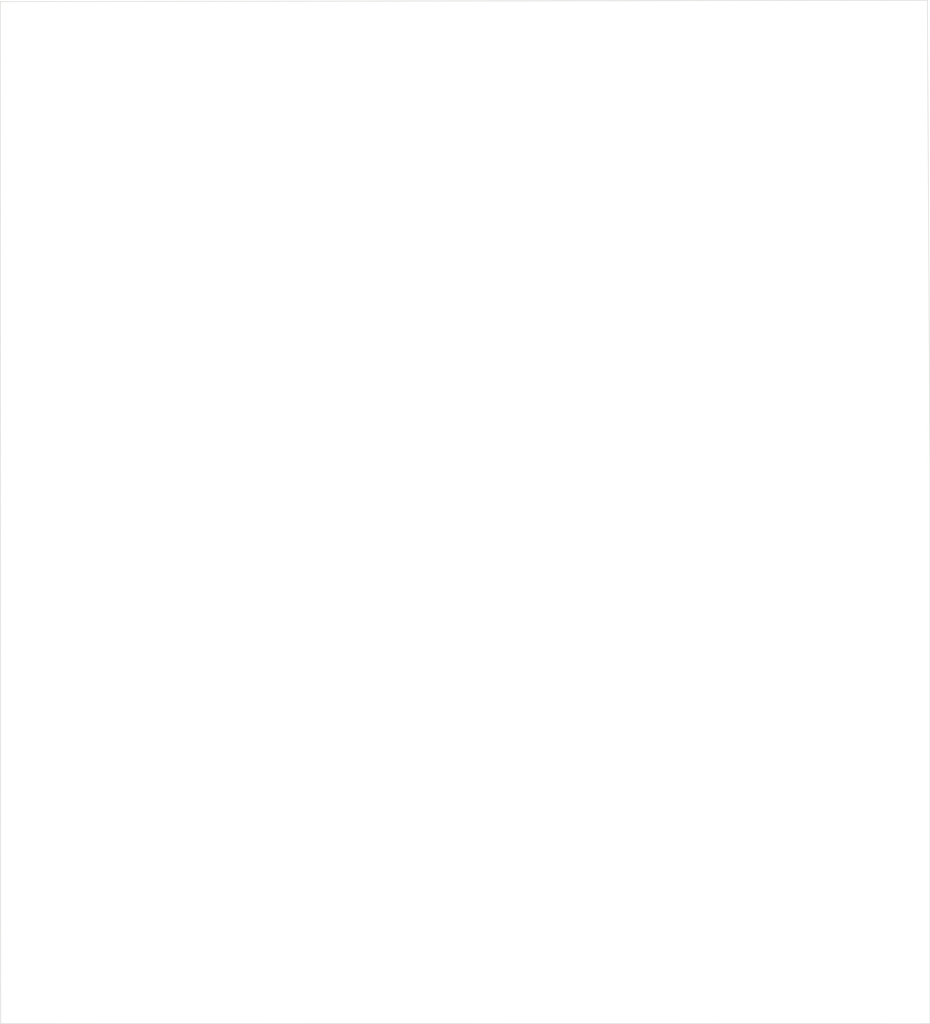
<source format=kicad_pcb>
(kicad_pcb (version 20171130) (host pcbnew "(5.1.12)-1")

  (general
    (thickness 1.6)
    (drawings 8)
    (tracks 0)
    (zones 0)
    (modules 0)
    (nets 1)
  )

  (page A4)
  (layers
    (0 F.Cu signal)
    (1 In1.Cu power)
    (2 In2.Cu mixed)
    (31 B.Cu signal)
    (32 B.Adhes user)
    (33 F.Adhes user)
    (34 B.Paste user)
    (35 F.Paste user)
    (36 B.SilkS user)
    (37 F.SilkS user)
    (38 B.Mask user)
    (39 F.Mask user)
    (40 Dwgs.User user)
    (41 Cmts.User user)
    (42 Eco1.User user)
    (43 Eco2.User user)
    (44 Edge.Cuts user)
    (45 Margin user)
    (46 B.CrtYd user)
    (47 F.CrtYd user)
    (48 B.Fab user)
    (49 F.Fab user)
  )

  (setup
    (last_trace_width 0.25)
    (trace_clearance 0.2)
    (zone_clearance 0.508)
    (zone_45_only no)
    (trace_min 0.2)
    (via_size 0.8)
    (via_drill 0.4)
    (via_min_size 0.4)
    (via_min_drill 0.3)
    (uvia_size 0.3)
    (uvia_drill 0.1)
    (uvias_allowed no)
    (uvia_min_size 0.2)
    (uvia_min_drill 0.1)
    (edge_width 0.05)
    (segment_width 0.2)
    (pcb_text_width 0.3)
    (pcb_text_size 1.5 1.5)
    (mod_edge_width 0.12)
    (mod_text_size 1 1)
    (mod_text_width 0.15)
    (pad_size 1.524 1.524)
    (pad_drill 0.762)
    (pad_to_mask_clearance 0)
    (aux_axis_origin 0 0)
    (grid_origin 89.9795 50.6476)
    (visible_elements FFFFFF7F)
    (pcbplotparams
      (layerselection 0x010fc_ffffffff)
      (usegerberextensions false)
      (usegerberattributes true)
      (usegerberadvancedattributes true)
      (creategerberjobfile true)
      (excludeedgelayer true)
      (linewidth 0.100000)
      (plotframeref false)
      (viasonmask false)
      (mode 1)
      (useauxorigin false)
      (hpglpennumber 1)
      (hpglpenspeed 20)
      (hpglpendiameter 15.000000)
      (psnegative false)
      (psa4output false)
      (plotreference true)
      (plotvalue true)
      (plotinvisibletext false)
      (padsonsilk false)
      (subtractmaskfromsilk false)
      (outputformat 1)
      (mirror false)
      (drillshape 1)
      (scaleselection 1)
      (outputdirectory ""))
  )

  (net 0 "")

  (net_class Default "This is the default net class."
    (clearance 0.2)
    (trace_width 0.25)
    (via_dia 0.8)
    (via_drill 0.4)
    (uvia_dia 0.3)
    (uvia_drill 0.1)
  )

  (gr_line (start 175.9966 50.6222) (end 89.9541 50.7492) (layer Edge.Cuts) (width 0.05) (tstamp 631D6BF1))
  (gr_line (start 176.2379 94.4118) (end 175.9966 50.6222) (layer Edge.Cuts) (width 0.05))
  (gr_line (start 176.2379 145.5293) (end 176.2379 94.3991) (layer Edge.Cuts) (width 0.05))
  (gr_line (start 176.022 145.5166) (end 176.2252 145.5166) (layer Edge.Cuts) (width 0.05))
  (gr_line (start 89.9795 145.5039) (end 176.0347 145.5166) (layer Edge.Cuts) (width 0.05))
  (gr_line (start 89.9922 145.2753) (end 89.9922 145.5039) (layer Edge.Cuts) (width 0.05))
  (gr_line (start 89.9922 145.2753) (end 89.9922 145.1737) (layer Edge.Cuts) (width 0.05))
  (gr_line (start 89.9541 50.7492) (end 89.9922 145.161) (layer Edge.Cuts) (width 0.05))

)

</source>
